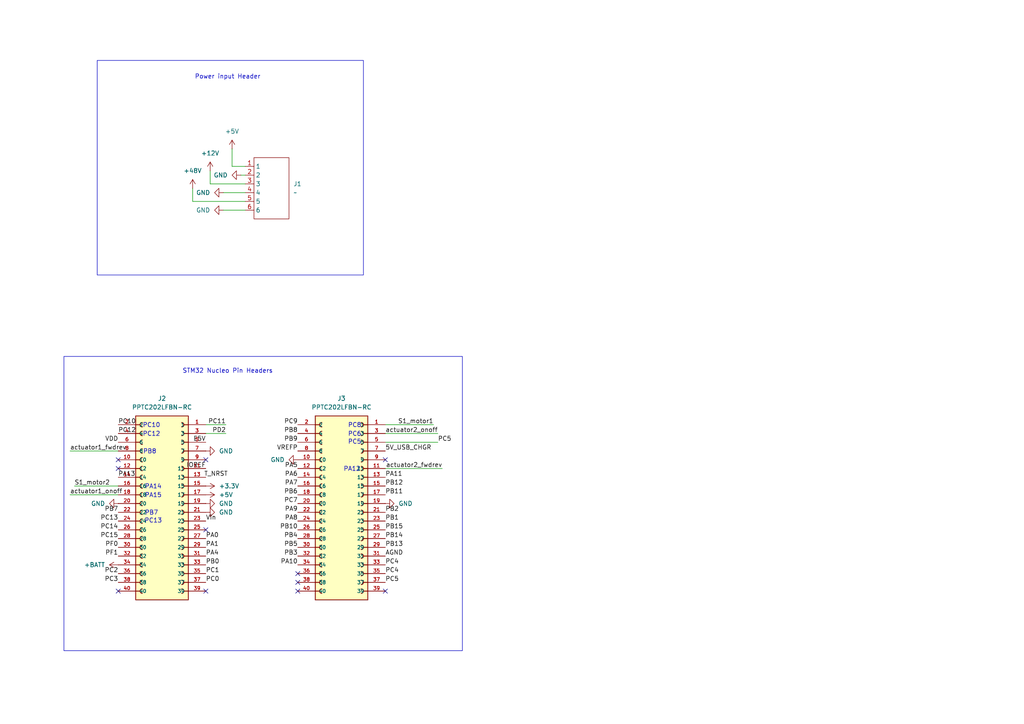
<source format=kicad_sch>
(kicad_sch (version 20250114) (generator "eeschema") (generator_version "9.0")
  (paper "A4")
  (lib_symbols
    (symbol "Directory:PPTC202LFBN-RC" (pin_names (offset 1.016))
      (property "Reference" "J" (at -7.62 28.702 0))
      (property "Value" "PPTC202LFBN-RC" (at -7.62 -27.94 0))
      (symbol "PPTC202LFBN-RC_0_0"
        (polyline (pts (xy -7.62 25.4) (xy -6.35 25.4)) (stroke (width 0.254)))
        (polyline (pts (xy -7.62 22.86) (xy -6.35 22.86)) (stroke (width 0.254)))
        (polyline (pts (xy -7.62 20.32) (xy -6.35 20.32)) (stroke (width 0.254)))
        (polyline (pts (xy -7.62 17.78) (xy -6.35 17.78)) (stroke (width 0.254)))
        (polyline (pts (xy -7.62 15.24) (xy -6.35 15.24)) (stroke (width 0.254)))
        (polyline (pts (xy -7.62 12.7) (xy -6.35 12.7)) (stroke (width 0.254)))
        (polyline (pts (xy -7.62 10.16) (xy -6.35 10.16)) (stroke (width 0.254)))
        (polyline (pts (xy -7.62 7.62) (xy -6.35 7.62)) (stroke (width 0.254)))
        (polyline (pts (xy -7.62 5.08) (xy -6.35 5.08)) (stroke (width 0.254)))
        (polyline (pts (xy -7.62 2.54) (xy -6.35 2.54)) (stroke (width 0.254)))
        (polyline (pts (xy -7.62 0) (xy -6.35 0)) (stroke (width 0.254)))
        (polyline (pts (xy -7.62 -2.54) (xy -6.35 -2.54)) (stroke (width 0.254)))
        (polyline (pts (xy -7.62 -5.08) (xy -6.35 -5.08)) (stroke (width 0.254)))
        (polyline (pts (xy -7.62 -7.62) (xy -6.35 -7.62)) (stroke (width 0.254)))
        (polyline (pts (xy -7.62 -10.16) (xy -6.35 -10.16)) (stroke (width 0.254)))
        (polyline (pts (xy -7.62 -12.7) (xy -6.35 -12.7)) (stroke (width 0.254)))
        (polyline (pts (xy -7.62 -15.24) (xy -6.35 -15.24)) (stroke (width 0.254)))
        (polyline (pts (xy -7.62 -17.78) (xy -6.35 -17.78)) (stroke (width 0.254)))
        (polyline (pts (xy -7.62 -20.32) (xy -6.35 -20.32)) (stroke (width 0.254)))
        (polyline (pts (xy -7.62 -22.86) (xy -6.35 -22.86)) (stroke (width 0.254)))
        (rectangle (start -7.62 -25.4) (end 7.62 27.94) (stroke (width 0.254)) (fill (type background)))
        (arc (start -5.715 24.765) (mid -6.3472 25.4) (end -5.715 26.035) (stroke (width 0.254)))
        (arc (start -5.715 22.225) (mid -6.3472 22.86) (end -5.715 23.495) (stroke (width 0.254)))
        (arc (start -5.715 19.685) (mid -6.3472 20.32) (end -5.715 20.955) (stroke (width 0.254)))
        (arc (start -5.715 17.145) (mid -6.3472 17.78) (end -5.715 18.415) (stroke (width 0.254)))
        (arc (start -5.715 14.605) (mid -6.3472 15.24) (end -5.715 15.875) (stroke (width 0.254)))
        (arc (start -5.715 12.065) (mid -6.3472 12.7) (end -5.715 13.335) (stroke (width 0.254)))
        (arc (start -5.715 9.525) (mid -6.3472 10.16) (end -5.715 10.795) (stroke (width 0.254)))
        (arc (start -5.715 6.985) (mid -6.3472 7.62) (end -5.715 8.255) (stroke (width 0.254)))
        (arc (start -5.715 4.445) (mid -6.3472 5.08) (end -5.715 5.715) (stroke (width 0.254)))
        (arc (start -5.715 1.905) (mid -6.3472 2.54) (end -5.715 3.175) (stroke (width 0.254)))
        (arc (start -5.715 -0.635) (mid -6.3472 0) (end -5.715 0.635) (stroke (width 0.254)))
        (arc (start -5.715 -3.175) (mid -6.3472 -2.54) (end -5.715 -1.905) (stroke (width 0.254)))
        (arc (start -5.715 -5.715) (mid -6.3472 -5.08) (end -5.715 -4.445) (stroke (width 0.254)))
        (arc (start -5.715 -8.255) (mid -6.3472 -7.62) (end -5.715 -6.985) (stroke (width 0.254)))
        (arc (start -5.715 -10.795) (mid -6.3472 -10.16) (end -5.715 -9.525) (stroke (width 0.254)))
        (arc (start -5.715 -13.335) (mid -6.3472 -12.7) (end -5.715 -12.065) (stroke (width 0.254)))
        (arc (start -5.715 -15.875) (mid -6.3472 -15.24) (end -5.715 -14.605) (stroke (width 0.254)))
        (arc (start -5.715 -18.415) (mid -6.3472 -17.78) (end -5.715 -17.145) (stroke (width 0.254)))
        (arc (start -5.715 -20.955) (mid -6.3472 -20.32) (end -5.715 -19.685) (stroke (width 0.254)))
        (arc (start -5.715 -23.495) (mid -6.3472 -22.86) (end -5.715 -22.225) (stroke (width 0.254)))
        (arc (start 5.715 26.035) (mid 6.3472 25.4) (end 5.715 24.765) (stroke (width 0.254)))
        (arc (start 5.715 23.495) (mid 6.3472 22.86) (end 5.715 22.225) (stroke (width 0.254)))
        (arc (start 5.715 20.955) (mid 6.3472 20.32) (end 5.715 19.685) (stroke (width 0.254)))
        (arc (start 5.715 18.415) (mid 6.3472 17.78) (end 5.715 17.145) (stroke (width 0.254)))
        (arc (start 5.715 15.875) (mid 6.3472 15.24) (end 5.715 14.605) (stroke (width 0.254)))
        (arc (start 5.715 13.335) (mid 6.3472 12.7) (end 5.715 12.065) (stroke (width 0.254)))
        (arc (start 5.715 10.795) (mid 6.3472 10.16) (end 5.715 9.525) (stroke (width 0.254)))
        (arc (start 5.715 8.255) (mid 6.3472 7.62) (end 5.715 6.985) (stroke (width 0.254)))
        (arc (start 5.715 5.715) (mid 6.3472 5.08) (end 5.715 4.445) (stroke (width 0.254)))
        (arc (start 5.715 3.175) (mid 6.3472 2.54) (end 5.715 1.905) (stroke (width 0.254)))
        (arc (start 5.715 0.635) (mid 6.3472 0) (end 5.715 -0.635) (stroke (width 0.254)))
        (arc (start 5.715 -1.905) (mid 6.3472 -2.54) (end 5.715 -3.175) (stroke (width 0.254)))
        (arc (start 5.715 -4.445) (mid 6.3472 -5.08) (end 5.715 -5.715) (stroke (width 0.254)))
        (arc (start 5.715 -6.985) (mid 6.3472 -7.62) (end 5.715 -8.255) (stroke (width 0.254)))
        (arc (start 5.715 -9.525) (mid 6.3472 -10.16) (end 5.715 -10.795) (stroke (width 0.254)))
        (arc (start 5.715 -12.065) (mid 6.3472 -12.7) (end 5.715 -13.335) (stroke (width 0.254)))
        (arc (start 5.715 -14.605) (mid 6.3472 -15.24) (end 5.715 -15.875) (stroke (width 0.254)))
        (arc (start 5.715 -17.145) (mid 6.3472 -17.78) (end 5.715 -18.415) (stroke (width 0.254)))
        (arc (start 5.715 -19.685) (mid 6.3472 -20.32) (end 5.715 -20.955) (stroke (width 0.254)))
        (arc (start 5.715 -22.225) (mid 6.3472 -22.86) (end 5.715 -23.495) (stroke (width 0.254)))
        (polyline (pts (xy 7.62 25.4) (xy 6.35 25.4)) (stroke (width 0.254)))
        (polyline (pts (xy 7.62 22.86) (xy 6.35 22.86)) (stroke (width 0.254)))
        (polyline (pts (xy 7.62 20.32) (xy 6.35 20.32)) (stroke (width 0.254)))
        (polyline (pts (xy 7.62 17.78) (xy 6.35 17.78)) (stroke (width 0.254)))
        (polyline (pts (xy 7.62 15.24) (xy 6.35 15.24)) (stroke (width 0.254)))
        (polyline (pts (xy 7.62 12.7) (xy 6.35 12.7)) (stroke (width 0.254)))
        (polyline (pts (xy 7.62 10.16) (xy 6.35 10.16)) (stroke (width 0.254)))
        (polyline (pts (xy 7.62 7.62) (xy 6.35 7.62)) (stroke (width 0.254)))
        (polyline (pts (xy 7.62 5.08) (xy 6.35 5.08)) (stroke (width 0.254)))
        (polyline (pts (xy 7.62 2.54) (xy 6.35 2.54)) (stroke (width 0.254)))
        (polyline (pts (xy 7.62 0) (xy 6.35 0)) (stroke (width 0.254)))
        (polyline (pts (xy 7.62 -2.54) (xy 6.35 -2.54)) (stroke (width 0.254)))
        (polyline (pts (xy 7.62 -5.08) (xy 6.35 -5.08)) (stroke (width 0.254)))
        (polyline (pts (xy 7.62 -7.62) (xy 6.35 -7.62)) (stroke (width 0.254)))
        (polyline (pts (xy 7.62 -10.16) (xy 6.35 -10.16)) (stroke (width 0.254)))
        (polyline (pts (xy 7.62 -12.7) (xy 6.35 -12.7)) (stroke (width 0.254)))
        (polyline (pts (xy 7.62 -15.24) (xy 6.35 -15.24)) (stroke (width 0.254)))
        (polyline (pts (xy 7.62 -17.78) (xy 6.35 -17.78)) (stroke (width 0.254)))
        (polyline (pts (xy 7.62 -20.32) (xy 6.35 -20.32)) (stroke (width 0.254)))
        (polyline (pts (xy 7.62 -22.86) (xy 6.35 -22.86)) (stroke (width 0.254)))
        (pin passive line (at -12.7 25.4 0) (length 5.08) (name "1") (number "1"))
        (pin passive line (at -12.7 22.86 0) (length 5.08) (name "3") (number "3"))
        (pin passive line (at -12.7 20.32 0) (length 5.08) (name "5") (number "5"))
        (pin passive line (at -12.7 17.78 0) (length 5.08) (name "7") (number "7"))
        (pin passive line (at -12.7 15.24 0) (length 5.08) (name "9") (number "9"))
        (pin passive line (at -12.7 12.7 0) (length 5.08) (name "11") (number "11"))
        (pin passive line (at -12.7 10.16 0) (length 5.08) (name "13") (number "13"))
        (pin passive line (at -12.7 7.62 0) (length 5.08) (name "15") (number "15"))
        (pin passive line (at -12.7 5.08 0) (length 5.08) (name "17") (number "17"))
        (pin passive line (at -12.7 2.54 0) (length 5.08) (name "19") (number "19"))
        (pin passive line (at -12.7 0 0) (length 5.08) (name "21") (number "21"))
        (pin passive line (at -12.7 -2.54 0) (length 5.08) (name "23") (number "23"))
        (pin passive line (at -12.7 -5.08 0) (length 5.08) (name "25") (number "25"))
        (pin passive line (at -12.7 -7.62 0) (length 5.08) (name "27") (number "27"))
        (pin passive line (at -12.7 -10.16 0) (length 5.08) (name "29") (number "29"))
        (pin passive line (at -12.7 -12.7 0) (length 5.08) (name "31") (number "31"))
        (pin passive line (at -12.7 -15.24 0) (length 5.08) (name "33") (number "33"))
        (pin passive line (at -12.7 -17.78 0) (length 5.08) (name "35") (number "35"))
        (pin passive line (at -12.7 -20.32 0) (length 5.08) (name "37") (number "37"))
        (pin passive line (at -12.7 -22.86 0) (length 5.08) (name "39") (number "39"))
        (pin passive line (at 12.7 25.4 180) (length 5.08) (name "2") (number "2"))
        (pin passive line (at 12.7 22.86 180) (length 5.08) (name "4") (number "4"))
        (pin passive line (at 12.7 20.32 180) (length 5.08) (name "6") (number "6"))
        (pin passive line (at 12.7 17.78 180) (length 5.08) (name "8") (number "8"))
        (pin passive line (at 12.7 15.24 180) (length 5.08) (name "10") (number "10"))
        (pin passive line (at 12.7 12.7 180) (length 5.08) (name "12") (number "12"))
        (pin passive line (at 12.7 10.16 180) (length 5.08) (name "14") (number "14"))
        (pin passive line (at 12.7 7.62 180) (length 5.08) (name "16") (number "16"))
        (pin passive line (at 12.7 5.08 180) (length 5.08) (name "18") (number "18"))
        (pin passive line (at 12.7 2.54 180) (length 5.08) (name "20") (number "20"))
        (pin passive line (at 12.7 0 180) (length 5.08) (name "22") (number "22"))
        (pin passive line (at 12.7 -2.54 180) (length 5.08) (name "24") (number "24"))
        (pin passive line (at 12.7 -5.08 180) (length 5.08) (name "26") (number "26"))
        (pin passive line (at 12.7 -7.62 180) (length 5.08) (name "28") (number "28"))
        (pin passive line (at 12.7 -10.16 180) (length 5.08) (name "30") (number "30"))
        (pin passive line (at 12.7 -12.7 180) (length 5.08) (name "32") (number "32"))
        (pin passive line (at 12.7 -15.24 180) (length 5.08) (name "34") (number "34"))
        (pin passive line (at 12.7 -17.78 180) (length 5.08) (name "36") (number "36"))
        (pin passive line (at 12.7 -20.32 180) (length 5.08) (name "38") (number "38"))
        (pin passive line (at 12.7 -22.86 180) (length 5.08) (name "40") (number "40"))
      )
    )
    (symbol "TB005-762-06BE:TB005-762-06BE"
      (property "Reference" "J" (at 0 0 0))
      (symbol "TB005-762-06BE_0_1"
        (rectangle (start 2.54 0) (end 12.7 -17.78))
      )
      (symbol "TB005-762-06BE_1_1"
        (pin input line (at 0 -2.54 0) (length 2.54) (name "1") (number "1"))
        (pin input line (at 0 -5.08 0) (length 2.54) (name "2") (number "2"))
        (pin input line (at 0 -7.62 0) (length 2.54) (name "3") (number "3"))
        (pin input line (at 0 -10.16 0) (length 2.54) (name "4") (number "4"))
        (pin input line (at 0 -12.7 0) (length 2.54) (name "5") (number "5"))
        (pin input line (at 0 -15.24 0) (length 2.54) (name "6") (number "6"))
      )
    )
    (symbol "power:+12V" (power) (pin_numbers (hide yes)) (pin_names (offset 0) (hide yes))
      (property "Value" "+12V" (at 0 3.556 0))
      (symbol "+12V_0_1"
        (polyline (pts (xy -0.762 1.27) (xy 0 2.54)))
        (polyline (pts (xy 0 2.54) (xy 0.762 1.27)))
        (polyline (pts (xy 0 0) (xy 0 2.54)))
      )
      (symbol "+12V_1_1"
        (pin power_in line (at 0 0 90) (length 0) (name "~") (number "1"))
      )
    )
    (symbol "power:+3.3V" (power) (pin_numbers (hide yes)) (pin_names (offset 0) (hide yes))
      (property "Value" "+3.3V" (at 0 3.556 0))
      (symbol "+3.3V_0_1"
        (polyline (pts (xy -0.762 1.27) (xy 0 2.54)))
        (polyline (pts (xy 0 2.54) (xy 0.762 1.27)))
        (polyline (pts (xy 0 0) (xy 0 2.54)))
      )
      (symbol "+3.3V_1_1"
        (pin power_in line (at 0 0 90) (length 0) (name "~") (number "1"))
      )
    )
    (symbol "power:+48V" (power) (pin_numbers (hide yes)) (pin_names (offset 0) (hide yes))
      (property "Value" "+48V" (at 0 3.556 0))
      (symbol "+48V_0_1"
        (polyline (pts (xy -0.762 1.27) (xy 0 2.54)))
        (polyline (pts (xy 0 2.54) (xy 0.762 1.27)))
        (polyline (pts (xy 0 0) (xy 0 2.54)))
      )
      (symbol "+48V_1_1"
        (pin power_in line (at 0 0 90) (length 0) (name "~") (number "1"))
      )
    )
    (symbol "power:+5V" (power) (pin_numbers (hide yes)) (pin_names (offset 0) (hide yes))
      (property "Value" "+5V" (at 0 3.556 0))
      (symbol "+5V_0_1"
        (polyline (pts (xy -0.762 1.27) (xy 0 2.54)))
        (polyline (pts (xy 0 2.54) (xy 0.762 1.27)))
        (polyline (pts (xy 0 0) (xy 0 2.54)))
      )
      (symbol "+5V_1_1"
        (pin power_in line (at 0 0 90) (length 0) (name "~") (number "1"))
      )
    )
    (symbol "power:+BATT" (power) (pin_numbers (hide yes)) (pin_names (offset 0) (hide yes))
      (property "Value" "+BATT" (at 0 3.556 0))
      (symbol "+BATT_0_1"
        (polyline (pts (xy -0.762 1.27) (xy 0 2.54)))
        (polyline (pts (xy 0 2.54) (xy 0.762 1.27)))
        (polyline (pts (xy 0 0) (xy 0 2.54)))
      )
      (symbol "+BATT_1_1"
        (pin power_in line (at 0 0 90) (length 0) (name "~") (number "1"))
      )
    )
    (symbol "power:GND" (power) (pin_numbers (hide yes)) (pin_names (offset 0) (hide yes))
      (property "Value" "GND" (at 0 -3.81 0))
      (symbol "GND_0_1"
        (polyline (pts (xy 0 0) (xy 0 -1.27) (xy 1.27 -1.27) (xy 0 -2.54) (xy -1.27 -1.27) (xy 0 -1.27)))
      )
      (symbol "GND_1_1"
        (pin power_in line (at 0 0 270) (length 0) (name "~") (number "1"))
      )
    )
  )
  (rectangle (start 28.194 17.526) (end 105.41 79.756))
  (rectangle (start 18.542 103.378) (end 134.112 188.722))
  (text "PC10" (at 43.942 123.444 0) (effects (font (size 1.27 1.27))))
  (text "PA15" (at 44.45 143.764 0) (effects (font (size 1.27 1.27))))
  (text "PB8" (at 43.434 131.064 0) (effects (font (size 1.27 1.27))))
  (text "PC6" (at 102.87 125.984 0) (effects (font (size 1.27 1.27))))
  (text "STM32 Nucleo Pin Headers\n" (at 66.04 107.696 0) (effects (font (size 1.27 1.27))))
  (text "PC13\n" (at 44.45 151.13 0) (effects (font (size 1.27 1.27))))
  (text "PA12" (at 102.108 136.144 0) (effects (font (size 1.27 1.27))))
  (text "PC5" (at 102.87 128.27 0) (effects (font (size 1.27 1.27))))
  (text "PC12" (at 43.942 125.984 0) (effects (font (size 1.27 1.27))))
  (text "PC8" (at 102.87 123.444 0) (effects (font (size 1.27 1.27))))
  (text "PA14" (at 44.45 141.224 0) (effects (font (size 1.27 1.27))))
  (text "PB7" (at 43.942 148.844 0) (effects (font (size 1.27 1.27))))
  (text "Power input Header" (at 66.04 22.352 0) (effects (font (size 1.27 1.27))))
  (no_connect (at 86.36 166.37))
  (no_connect (at 34.29 133.35))
  (no_connect (at 86.36 168.91))
  (no_connect (at 34.29 171.45))
  (no_connect (at 111.76 171.45))
  (no_connect (at 59.69 153.67))
  (no_connect (at 59.69 171.45))
  (no_connect (at 86.36 171.45))
  (no_connect (at 111.76 133.35))
  (no_connect (at 34.29 135.89))
  (no_connect (at 59.69 133.35))
  (wire (pts (xy 67.31 48.26) (xy 71.12 48.26)))
  (wire (pts (xy 71.12 60.96) (xy 64.77 60.96)))
  (wire (pts (xy 21.59 140.97) (xy 34.29 140.97)))
  (wire (pts (xy 60.96 49.53) (xy 60.96 53.34)))
  (wire (pts (xy 60.96 53.34) (xy 71.12 53.34)))
  (wire (pts (xy 55.88 58.42) (xy 71.12 58.42)))
  (wire (pts (xy 20.32 130.81) (xy 34.29 130.81)))
  (wire (pts (xy 59.69 123.19) (xy 65.532 123.19)))
  (wire (pts (xy 127 125.73) (xy 111.76 125.73)))
  (wire (pts (xy 65.532 125.73) (xy 59.69 125.73)))
  (wire (pts (xy 71.12 55.88) (xy 64.77 55.88)))
  (wire (pts (xy 127 128.27) (xy 111.76 128.27)))
  (wire (pts (xy 67.31 43.18) (xy 67.31 48.26)))
  (wire (pts (xy 128.27 135.89) (xy 111.76 135.89)))
  (wire (pts (xy 125.73 123.19) (xy 111.76 123.19)))
  (wire (pts (xy 71.12 50.8) (xy 69.85 50.8)))
  (wire (pts (xy 55.88 54.61) (xy 55.88 58.42)))
  (wire (pts (xy 20.32 143.51) (xy 34.29 143.51)))
  (label "PC10" (at 34.29 123.19 0))
  (label "5V_USB_CHGR" (at 111.76 130.81 0))
  (label "PA4" (at 59.69 161.29 0))
  (label "PC12" (at 34.29 125.73 0))
  (label "PB4" (at 86.36 156.21 180))
  (label "PC13" (at 34.29 151.13 180))
  (label "Vin" (at 59.69 151.13 0))
  (label "S1_motor1" (at 125.73 123.19 180))
  (label "actuator1_onoff" (at 20.32 143.51 0))
  (label "AGND" (at 111.76 161.29 0))
  (label "T_NRST" (at 59.182 138.43 0))
  (label "PA0" (at 59.69 156.21 0))
  (label "PC5" (at 127 128.27 0))
  (label "VREFP" (at 86.36 130.81 180))
  (label "PB9" (at 86.36 128.27 180))
  (label "VDD" (at 34.29 128.27 180))
  (label "PB13" (at 111.76 158.75 0))
  (label "PC4" (at 111.76 166.37 0))
  (label "PA6" (at 86.36 138.43 180))
  (label "actuator2_onoff" (at 127 125.73 180))
  (label "PC14" (at 34.29 153.67 180))
  (label "PA9" (at 86.36 148.59 180))
  (label "PF0" (at 34.29 158.75 180))
  (label "S1_motor2" (at 21.59 140.97 0))
  (label "PB15" (at 111.76 153.67 0))
  (label "PB14" (at 111.76 156.21 0))
  (label "PC0" (at 59.69 168.91 0))
  (label "PB5" (at 86.36 158.75 180))
  (label "actuator1_fwdrev" (at 20.32 130.81 0))
  (label "PC7" (at 86.36 146.05 180))
  (label "PA8" (at 86.36 151.13 180))
  (label "PA13" (at 34.29 138.43 0))
  (label "IOREF" (at 59.69 135.89 180))
  (label "actuator2_fwdrev" (at 128.27 135.89 180))
  (label "PA5" (at 86.36 135.89 180))
  (label "PC4" (at 111.76 163.83 0))
  (label "PA11" (at 111.76 138.43 0))
  (label "PC1" (at 59.69 166.37 0))
  (label "PB10" (at 86.36 153.67 180))
  (label "PB3" (at 86.36 161.29 180))
  (label "PF1" (at 34.29 161.29 180))
  (label "PC3" (at 34.29 168.91 180))
  (label "PA1" (at 59.69 158.75 0))
  (label "PC2" (at 34.29 166.37 180))
  (label "PB1" (at 111.76 151.13 0))
  (label "PC9" (at 86.36 123.19 180))
  (label "PA10" (at 86.36 163.83 180))
  (label "PB11" (at 111.76 143.51 0))
  (label "PB12" (at 111.76 140.97 0))
  (label "PC11" (at 65.532 123.19 180))
  (label "PB7" (at 34.29 148.59 180))
  (label "PB6" (at 86.36 143.51 180))
  (label "PB2" (at 111.76 148.59 0))
  (label "E5V" (at 59.69 128.27 180))
  (label "PC15" (at 34.29 156.21 180))
  (label "PB0" (at 59.69 163.83 0))
  (label "PA7" (at 86.36 140.97 180))
  (label "PC5" (at 111.76 168.91 0))
  (label "PD2" (at 65.532 125.73 180))
  (label "PB8" (at 86.36 125.73 180))
  (symbol (lib_id "TB005-762-06BE:TB005-762-06BE") (at 71.12 45.72 0) (unit 1)
    (property "Reference" "J1" (at 85.09 53.3399 0) (effects (justify left)))
    (property "Value" "~" (at 85.09 55.8799 0) (effects (justify left)))
    (property "Footprint" "Custom:CUI_TB005_-762-06BE" (effects (hide yes)))
  )
  (symbol (lib_id "Directory:PPTC202LFBN-RC") (at 99.06 148.59 0) (mirror y) (unit 1)
    (property "Reference" "J3" (at 99.06 115.57 0))
    (property "Value" "PPTC202LFBN-RC" (at 99.06 118.11 0))
    (property "Footprint" "Custom:TE_2-215307-0" (effects (hide yes)))
    (property "PARTREV" "L" (effects (hide yes)))
    (property "STANDARD" "Manufacturer Recommendations" (effects (hide yes)))
    (property "SNAPEDA_PN" "PPTC202LFBN-RC" (effects (hide yes)))
    (property "MAXIMUM_PACKAGE_HEIGHT" "8.5mm" (effects (hide yes)))
    (property "MANUFACTURER" "Sullins Connector Solutions" (effects (hide yes)))
  )
  (symbol (lib_id "power:GND") (at 59.69 130.81 90) (mirror x) (unit 1)
    (property "Reference" "#PWR07" (effects (hide yes)))
    (property "Value" "GND" (at 63.5 130.8099 90) (effects (justify right)))
    (property "Description" "Power symbol creates a global label with name \"GND\" , ground" (effects (hide yes)))
  )
  (symbol (lib_id "power:+5V") (at 59.69 143.51 270) (mirror x) (unit 1)
    (property "Reference" "#PWR011" (effects (hide yes)))
    (property "Value" "+5V" (at 63.5 143.5099 90) (effects (justify left)))
    (property "Description" "Power symbol creates a global label with name \"+5V\"" (effects (hide yes)))
  )
  (symbol (lib_id "power:+3.3V") (at 59.69 140.97 270) (mirror x) (unit 1)
    (property "Reference" "#PWR08" (effects (hide yes)))
    (property "Value" "+3.3V" (at 63.5 140.9699 90) (effects (justify left)))
    (property "Description" "Power symbol creates a global label with name \"+3.3V\"" (effects (hide yes)))
  )
  (symbol (lib_id "power:GND") (at 59.69 146.05 90) (mirror x) (unit 1)
    (property "Reference" "#PWR09" (effects (hide yes)))
    (property "Value" "GND" (at 63.5 146.0499 90) (effects (justify right)))
    (property "Description" "Power symbol creates a global label with name \"GND\" , ground" (effects (hide yes)))
  )
  (symbol (lib_id "power:GND") (at 86.36 133.35 270) (unit 1)
    (property "Reference" "#PWR015" (effects (hide yes)))
    (property "Value" "GND" (at 82.55 133.3499 90) (effects (justify right)))
    (property "Description" "Power symbol creates a global label with name \"GND\" , ground" (effects (hide yes)))
  )
  (symbol (lib_id "power:GND") (at 64.77 55.88 270) (unit 1)
    (property "Reference" "#PWR05" (effects (hide yes)))
    (property "Value" "GND" (at 60.96 55.8799 90) (effects (justify right)))
    (property "Description" "Power symbol creates a global label with name \"GND\" , ground" (effects (hide yes)))
  )
  (symbol (lib_id "power:GND") (at 69.85 50.8 270) (unit 1)
    (property "Reference" "#PWR03" (effects (hide yes)))
    (property "Value" "GND" (at 66.04 50.7999 90) (effects (justify right)))
    (property "Description" "Power symbol creates a global label with name \"GND\" , ground" (effects (hide yes)))
  )
  (symbol (lib_id "power:+48V") (at 55.88 54.61 0) (unit 1)
    (property "Reference" "#PWR02" (effects (hide yes)))
    (property "Value" "+48V" (at 55.88 49.53 0))
    (property "Description" "Power symbol creates a global label with name \"+48V\"" (effects (hide yes)))
  )
  (symbol (lib_id "power:+BATT") (at 34.29 163.83 90) (unit 1)
    (property "Reference" "#PWR010" (effects (hide yes)))
    (property "Value" "+BATT" (at 30.48 163.8299 90) (effects (justify left)))
    (property "Description" "Power symbol creates a global label with name \"+BATT\"" (effects (hide yes)))
  )
  (symbol (lib_id "power:+12V") (at 60.96 49.53 0) (unit 1)
    (property "Reference" "#PWR04" (effects (hide yes)))
    (property "Value" "+12V" (at 60.96 44.45 0))
    (property "Description" "Power symbol creates a global label with name \"+12V\"" (effects (hide yes)))
  )
  (symbol (lib_id "power:+5V") (at 67.31 43.18 0) (unit 1)
    (property "Reference" "#PWR01" (effects (hide yes)))
    (property "Value" "+5V" (at 67.31 38.1 0))
    (property "Description" "Power symbol creates a global label with name \"+5V\"" (effects (hide yes)))
  )
  (symbol (lib_id "power:GND") (at 34.29 146.05 270) (unit 1)
    (property "Reference" "#PWR012" (effects (hide yes)))
    (property "Value" "GND" (at 30.48 146.0499 90) (effects (justify right)))
    (property "Description" "Power symbol creates a global label with name \"GND\" , ground" (effects (hide yes)))
  )
  (symbol (lib_id "power:GND") (at 59.69 148.59 90) (mirror x) (unit 1)
    (property "Reference" "#PWR013" (effects (hide yes)))
    (property "Value" "GND" (at 63.5 148.5899 90) (effects (justify right)))
    (property "Description" "Power symbol creates a global label with name \"GND\" , ground" (effects (hide yes)))
  )
  (symbol (lib_id "power:GND") (at 111.76 146.05 90) (unit 1)
    (property "Reference" "#PWR014" (effects (hide yes)))
    (property "Value" "GND" (at 115.57 146.0499 90) (effects (justify right)))
    (property "Description" "Power symbol creates a global label with name \"GND\" , ground" (effects (hide yes)))
  )
  (symbol (lib_id "Directory:PPTC202LFBN-RC") (at 46.99 148.59 0) (mirror y) (unit 1)
    (property "Reference" "J2" (at 46.99 115.57 0))
    (property "Value" "PPTC202LFBN-RC" (at 46.99 118.11 0))
    (property "Footprint" "Custom:TE_2-215307-0" (effects (hide yes)))
    (property "PARTREV" "L" (effects (hide yes)))
    (property "STANDARD" "Manufacturer Recommendations" (effects (hide yes)))
    (property "SNAPEDA_PN" "PPTC202LFBN-RC" (effects (hide yes)))
    (property "MAXIMUM_PACKAGE_HEIGHT" "8.5mm" (effects (hide yes)))
    (property "MANUFACTURER" "Sullins Connector Solutions" (effects (hide yes)))
  )
  (symbol (lib_id "power:GND") (at 64.77 60.96 270) (unit 1)
    (property "Reference" "#PWR06" (effects (hide yes)))
    (property "Value" "GND" (at 60.96 60.9599 90) (effects (justify right)))
    (property "Description" "Power symbol creates a global label with name \"GND\" , ground" (effects (hide yes)))
  )
)
</source>
